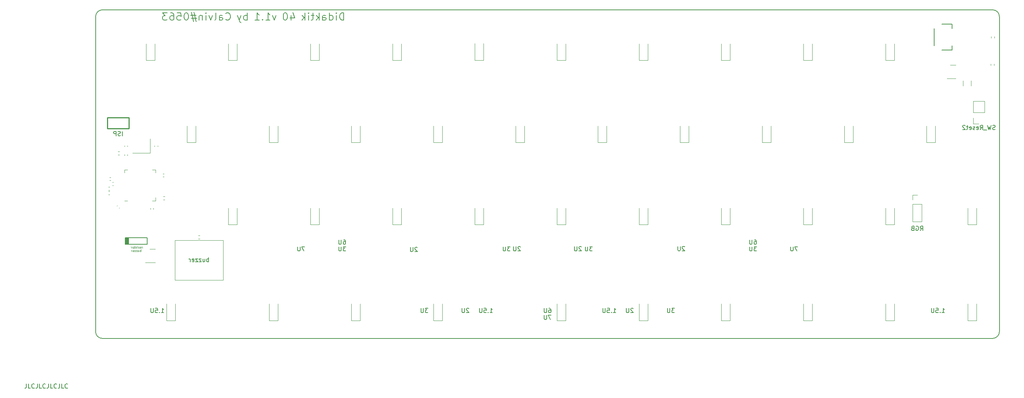
<source format=gbr>
%TF.GenerationSoftware,KiCad,Pcbnew,(7.0.0)*%
%TF.CreationDate,2023-05-29T16:43:27+02:00*%
%TF.ProjectId,Didaktik,44696461-6b74-4696-9b2e-6b696361645f,rev?*%
%TF.SameCoordinates,Original*%
%TF.FileFunction,Legend,Bot*%
%TF.FilePolarity,Positive*%
%FSLAX46Y46*%
G04 Gerber Fmt 4.6, Leading zero omitted, Abs format (unit mm)*
G04 Created by KiCad (PCBNEW (7.0.0)) date 2023-05-29 16:43:27*
%MOMM*%
%LPD*%
G01*
G04 APERTURE LIST*
%ADD10C,0.150000*%
%ADD11C,0.125000*%
%ADD12C,0.120000*%
%ADD13C,0.250000*%
%TA.AperFunction,Profile*%
%ADD14C,0.150000*%
%TD*%
G04 APERTURE END LIST*
D10*
X89233333Y-85092380D02*
X89423809Y-85092380D01*
X89423809Y-85092380D02*
X89519047Y-85140000D01*
X89519047Y-85140000D02*
X89566666Y-85187619D01*
X89566666Y-85187619D02*
X89661904Y-85330476D01*
X89661904Y-85330476D02*
X89709523Y-85520952D01*
X89709523Y-85520952D02*
X89709523Y-85901904D01*
X89709523Y-85901904D02*
X89661904Y-85997142D01*
X89661904Y-85997142D02*
X89614285Y-86044761D01*
X89614285Y-86044761D02*
X89519047Y-86092380D01*
X89519047Y-86092380D02*
X89328571Y-86092380D01*
X89328571Y-86092380D02*
X89233333Y-86044761D01*
X89233333Y-86044761D02*
X89185714Y-85997142D01*
X89185714Y-85997142D02*
X89138095Y-85901904D01*
X89138095Y-85901904D02*
X89138095Y-85663809D01*
X89138095Y-85663809D02*
X89185714Y-85568571D01*
X89185714Y-85568571D02*
X89233333Y-85520952D01*
X89233333Y-85520952D02*
X89328571Y-85473333D01*
X89328571Y-85473333D02*
X89519047Y-85473333D01*
X89519047Y-85473333D02*
X89614285Y-85520952D01*
X89614285Y-85520952D02*
X89661904Y-85568571D01*
X89661904Y-85568571D02*
X89709523Y-85663809D01*
X88709523Y-85092380D02*
X88709523Y-85901904D01*
X88709523Y-85901904D02*
X88661904Y-85997142D01*
X88661904Y-85997142D02*
X88614285Y-86044761D01*
X88614285Y-86044761D02*
X88519047Y-86092380D01*
X88519047Y-86092380D02*
X88328571Y-86092380D01*
X88328571Y-86092380D02*
X88233333Y-86044761D01*
X88233333Y-86044761D02*
X88185714Y-85997142D01*
X88185714Y-85997142D02*
X88138095Y-85901904D01*
X88138095Y-85901904D02*
X88138095Y-85092380D01*
X130222182Y-86757169D02*
X130174563Y-86709550D01*
X130174563Y-86709550D02*
X130079325Y-86661930D01*
X130079325Y-86661930D02*
X129841230Y-86661930D01*
X129841230Y-86661930D02*
X129745992Y-86709550D01*
X129745992Y-86709550D02*
X129698373Y-86757169D01*
X129698373Y-86757169D02*
X129650754Y-86852407D01*
X129650754Y-86852407D02*
X129650754Y-86947645D01*
X129650754Y-86947645D02*
X129698373Y-87090502D01*
X129698373Y-87090502D02*
X130269801Y-87661930D01*
X130269801Y-87661930D02*
X129650754Y-87661930D01*
X129222182Y-86661930D02*
X129222182Y-87471454D01*
X129222182Y-87471454D02*
X129174563Y-87566692D01*
X129174563Y-87566692D02*
X129126944Y-87614311D01*
X129126944Y-87614311D02*
X129031706Y-87661930D01*
X129031706Y-87661930D02*
X128841230Y-87661930D01*
X128841230Y-87661930D02*
X128745992Y-87614311D01*
X128745992Y-87614311D02*
X128698373Y-87566692D01*
X128698373Y-87566692D02*
X128650754Y-87471454D01*
X128650754Y-87471454D02*
X128650754Y-86661930D01*
X89300999Y-34170917D02*
X89300999Y-32420917D01*
X89300999Y-32420917D02*
X88884332Y-32420917D01*
X88884332Y-32420917D02*
X88634332Y-32504251D01*
X88634332Y-32504251D02*
X88467666Y-32670917D01*
X88467666Y-32670917D02*
X88384332Y-32837584D01*
X88384332Y-32837584D02*
X88300999Y-33170917D01*
X88300999Y-33170917D02*
X88300999Y-33420917D01*
X88300999Y-33420917D02*
X88384332Y-33754251D01*
X88384332Y-33754251D02*
X88467666Y-33920917D01*
X88467666Y-33920917D02*
X88634332Y-34087584D01*
X88634332Y-34087584D02*
X88884332Y-34170917D01*
X88884332Y-34170917D02*
X89300999Y-34170917D01*
X87550999Y-34170917D02*
X87550999Y-33004251D01*
X87550999Y-32420917D02*
X87634332Y-32504251D01*
X87634332Y-32504251D02*
X87550999Y-32587584D01*
X87550999Y-32587584D02*
X87467666Y-32504251D01*
X87467666Y-32504251D02*
X87550999Y-32420917D01*
X87550999Y-32420917D02*
X87550999Y-32587584D01*
X85967666Y-34170917D02*
X85967666Y-32420917D01*
X85967666Y-34087584D02*
X86134333Y-34170917D01*
X86134333Y-34170917D02*
X86467666Y-34170917D01*
X86467666Y-34170917D02*
X86634333Y-34087584D01*
X86634333Y-34087584D02*
X86717666Y-34004251D01*
X86717666Y-34004251D02*
X86800999Y-33837584D01*
X86800999Y-33837584D02*
X86800999Y-33337584D01*
X86800999Y-33337584D02*
X86717666Y-33170917D01*
X86717666Y-33170917D02*
X86634333Y-33087584D01*
X86634333Y-33087584D02*
X86467666Y-33004251D01*
X86467666Y-33004251D02*
X86134333Y-33004251D01*
X86134333Y-33004251D02*
X85967666Y-33087584D01*
X84384333Y-34170917D02*
X84384333Y-33254251D01*
X84384333Y-33254251D02*
X84467666Y-33087584D01*
X84467666Y-33087584D02*
X84634333Y-33004251D01*
X84634333Y-33004251D02*
X84967666Y-33004251D01*
X84967666Y-33004251D02*
X85134333Y-33087584D01*
X84384333Y-34087584D02*
X84551000Y-34170917D01*
X84551000Y-34170917D02*
X84967666Y-34170917D01*
X84967666Y-34170917D02*
X85134333Y-34087584D01*
X85134333Y-34087584D02*
X85217666Y-33920917D01*
X85217666Y-33920917D02*
X85217666Y-33754251D01*
X85217666Y-33754251D02*
X85134333Y-33587584D01*
X85134333Y-33587584D02*
X84967666Y-33504251D01*
X84967666Y-33504251D02*
X84551000Y-33504251D01*
X84551000Y-33504251D02*
X84384333Y-33420917D01*
X83551000Y-34170917D02*
X83551000Y-32420917D01*
X83384333Y-33504251D02*
X82884333Y-34170917D01*
X82884333Y-33004251D02*
X83551000Y-33670917D01*
X82384333Y-33004251D02*
X81717666Y-33004251D01*
X82134333Y-32420917D02*
X82134333Y-33920917D01*
X82134333Y-33920917D02*
X82051000Y-34087584D01*
X82051000Y-34087584D02*
X81884333Y-34170917D01*
X81884333Y-34170917D02*
X81717666Y-34170917D01*
X81134333Y-34170917D02*
X81134333Y-33004251D01*
X81134333Y-32420917D02*
X81217666Y-32504251D01*
X81217666Y-32504251D02*
X81134333Y-32587584D01*
X81134333Y-32587584D02*
X81051000Y-32504251D01*
X81051000Y-32504251D02*
X81134333Y-32420917D01*
X81134333Y-32420917D02*
X81134333Y-32587584D01*
X80301000Y-34170917D02*
X80301000Y-32420917D01*
X80134333Y-33504251D02*
X79634333Y-34170917D01*
X79634333Y-33004251D02*
X80301000Y-33670917D01*
X77084333Y-33004251D02*
X77084333Y-34170917D01*
X77501000Y-32337584D02*
X77917666Y-33587584D01*
X77917666Y-33587584D02*
X76834333Y-33587584D01*
X75834333Y-32420917D02*
X75667666Y-32420917D01*
X75667666Y-32420917D02*
X75500999Y-32504251D01*
X75500999Y-32504251D02*
X75417666Y-32587584D01*
X75417666Y-32587584D02*
X75334333Y-32754251D01*
X75334333Y-32754251D02*
X75250999Y-33087584D01*
X75250999Y-33087584D02*
X75250999Y-33504251D01*
X75250999Y-33504251D02*
X75334333Y-33837584D01*
X75334333Y-33837584D02*
X75417666Y-34004251D01*
X75417666Y-34004251D02*
X75500999Y-34087584D01*
X75500999Y-34087584D02*
X75667666Y-34170917D01*
X75667666Y-34170917D02*
X75834333Y-34170917D01*
X75834333Y-34170917D02*
X76000999Y-34087584D01*
X76000999Y-34087584D02*
X76084333Y-34004251D01*
X76084333Y-34004251D02*
X76167666Y-33837584D01*
X76167666Y-33837584D02*
X76250999Y-33504251D01*
X76250999Y-33504251D02*
X76250999Y-33087584D01*
X76250999Y-33087584D02*
X76167666Y-32754251D01*
X76167666Y-32754251D02*
X76084333Y-32587584D01*
X76084333Y-32587584D02*
X76000999Y-32504251D01*
X76000999Y-32504251D02*
X75834333Y-32420917D01*
X73617666Y-33004251D02*
X73200999Y-34170917D01*
X73200999Y-34170917D02*
X72784332Y-33004251D01*
X71200999Y-34170917D02*
X72200999Y-34170917D01*
X71700999Y-34170917D02*
X71700999Y-32420917D01*
X71700999Y-32420917D02*
X71867666Y-32670917D01*
X71867666Y-32670917D02*
X72034333Y-32837584D01*
X72034333Y-32837584D02*
X72200999Y-32920917D01*
X70450999Y-34004251D02*
X70367666Y-34087584D01*
X70367666Y-34087584D02*
X70450999Y-34170917D01*
X70450999Y-34170917D02*
X70534332Y-34087584D01*
X70534332Y-34087584D02*
X70450999Y-34004251D01*
X70450999Y-34004251D02*
X70450999Y-34170917D01*
X68700999Y-34170917D02*
X69700999Y-34170917D01*
X69200999Y-34170917D02*
X69200999Y-32420917D01*
X69200999Y-32420917D02*
X69367666Y-32670917D01*
X69367666Y-32670917D02*
X69534333Y-32837584D01*
X69534333Y-32837584D02*
X69700999Y-32920917D01*
X66900999Y-34170917D02*
X66900999Y-32420917D01*
X66900999Y-33087584D02*
X66734332Y-33004251D01*
X66734332Y-33004251D02*
X66400999Y-33004251D01*
X66400999Y-33004251D02*
X66234332Y-33087584D01*
X66234332Y-33087584D02*
X66150999Y-33170917D01*
X66150999Y-33170917D02*
X66067666Y-33337584D01*
X66067666Y-33337584D02*
X66067666Y-33837584D01*
X66067666Y-33837584D02*
X66150999Y-34004251D01*
X66150999Y-34004251D02*
X66234332Y-34087584D01*
X66234332Y-34087584D02*
X66400999Y-34170917D01*
X66400999Y-34170917D02*
X66734332Y-34170917D01*
X66734332Y-34170917D02*
X66900999Y-34087584D01*
X65484333Y-33004251D02*
X65067666Y-34170917D01*
X64650999Y-33004251D02*
X65067666Y-34170917D01*
X65067666Y-34170917D02*
X65234333Y-34587584D01*
X65234333Y-34587584D02*
X65317666Y-34670917D01*
X65317666Y-34670917D02*
X65484333Y-34754251D01*
X61934333Y-34004251D02*
X62017666Y-34087584D01*
X62017666Y-34087584D02*
X62267666Y-34170917D01*
X62267666Y-34170917D02*
X62434333Y-34170917D01*
X62434333Y-34170917D02*
X62684333Y-34087584D01*
X62684333Y-34087584D02*
X62851000Y-33920917D01*
X62851000Y-33920917D02*
X62934333Y-33754251D01*
X62934333Y-33754251D02*
X63017666Y-33420917D01*
X63017666Y-33420917D02*
X63017666Y-33170917D01*
X63017666Y-33170917D02*
X62934333Y-32837584D01*
X62934333Y-32837584D02*
X62851000Y-32670917D01*
X62851000Y-32670917D02*
X62684333Y-32504251D01*
X62684333Y-32504251D02*
X62434333Y-32420917D01*
X62434333Y-32420917D02*
X62267666Y-32420917D01*
X62267666Y-32420917D02*
X62017666Y-32504251D01*
X62017666Y-32504251D02*
X61934333Y-32587584D01*
X60434333Y-34170917D02*
X60434333Y-33254251D01*
X60434333Y-33254251D02*
X60517666Y-33087584D01*
X60517666Y-33087584D02*
X60684333Y-33004251D01*
X60684333Y-33004251D02*
X61017666Y-33004251D01*
X61017666Y-33004251D02*
X61184333Y-33087584D01*
X60434333Y-34087584D02*
X60601000Y-34170917D01*
X60601000Y-34170917D02*
X61017666Y-34170917D01*
X61017666Y-34170917D02*
X61184333Y-34087584D01*
X61184333Y-34087584D02*
X61267666Y-33920917D01*
X61267666Y-33920917D02*
X61267666Y-33754251D01*
X61267666Y-33754251D02*
X61184333Y-33587584D01*
X61184333Y-33587584D02*
X61017666Y-33504251D01*
X61017666Y-33504251D02*
X60601000Y-33504251D01*
X60601000Y-33504251D02*
X60434333Y-33420917D01*
X59351000Y-34170917D02*
X59517667Y-34087584D01*
X59517667Y-34087584D02*
X59601000Y-33920917D01*
X59601000Y-33920917D02*
X59601000Y-32420917D01*
X58851000Y-33004251D02*
X58434333Y-34170917D01*
X58434333Y-34170917D02*
X58017666Y-33004251D01*
X57351000Y-34170917D02*
X57351000Y-33004251D01*
X57351000Y-32420917D02*
X57434333Y-32504251D01*
X57434333Y-32504251D02*
X57351000Y-32587584D01*
X57351000Y-32587584D02*
X57267667Y-32504251D01*
X57267667Y-32504251D02*
X57351000Y-32420917D01*
X57351000Y-32420917D02*
X57351000Y-32587584D01*
X56517667Y-33004251D02*
X56517667Y-34170917D01*
X56517667Y-33170917D02*
X56434334Y-33087584D01*
X56434334Y-33087584D02*
X56267667Y-33004251D01*
X56267667Y-33004251D02*
X56017667Y-33004251D01*
X56017667Y-33004251D02*
X55851000Y-33087584D01*
X55851000Y-33087584D02*
X55767667Y-33254251D01*
X55767667Y-33254251D02*
X55767667Y-34170917D01*
X55017667Y-33004251D02*
X53767667Y-33004251D01*
X54517667Y-32254251D02*
X55017667Y-34504251D01*
X53934334Y-33754251D02*
X55184334Y-33754251D01*
X54434334Y-34504251D02*
X53934334Y-32254251D01*
X52851001Y-32420917D02*
X52684334Y-32420917D01*
X52684334Y-32420917D02*
X52517667Y-32504251D01*
X52517667Y-32504251D02*
X52434334Y-32587584D01*
X52434334Y-32587584D02*
X52351001Y-32754251D01*
X52351001Y-32754251D02*
X52267667Y-33087584D01*
X52267667Y-33087584D02*
X52267667Y-33504251D01*
X52267667Y-33504251D02*
X52351001Y-33837584D01*
X52351001Y-33837584D02*
X52434334Y-34004251D01*
X52434334Y-34004251D02*
X52517667Y-34087584D01*
X52517667Y-34087584D02*
X52684334Y-34170917D01*
X52684334Y-34170917D02*
X52851001Y-34170917D01*
X52851001Y-34170917D02*
X53017667Y-34087584D01*
X53017667Y-34087584D02*
X53101001Y-34004251D01*
X53101001Y-34004251D02*
X53184334Y-33837584D01*
X53184334Y-33837584D02*
X53267667Y-33504251D01*
X53267667Y-33504251D02*
X53267667Y-33087584D01*
X53267667Y-33087584D02*
X53184334Y-32754251D01*
X53184334Y-32754251D02*
X53101001Y-32587584D01*
X53101001Y-32587584D02*
X53017667Y-32504251D01*
X53017667Y-32504251D02*
X52851001Y-32420917D01*
X50684334Y-32420917D02*
X51517667Y-32420917D01*
X51517667Y-32420917D02*
X51601000Y-33254251D01*
X51601000Y-33254251D02*
X51517667Y-33170917D01*
X51517667Y-33170917D02*
X51351000Y-33087584D01*
X51351000Y-33087584D02*
X50934334Y-33087584D01*
X50934334Y-33087584D02*
X50767667Y-33170917D01*
X50767667Y-33170917D02*
X50684334Y-33254251D01*
X50684334Y-33254251D02*
X50601000Y-33420917D01*
X50601000Y-33420917D02*
X50601000Y-33837584D01*
X50601000Y-33837584D02*
X50684334Y-34004251D01*
X50684334Y-34004251D02*
X50767667Y-34087584D01*
X50767667Y-34087584D02*
X50934334Y-34170917D01*
X50934334Y-34170917D02*
X51351000Y-34170917D01*
X51351000Y-34170917D02*
X51517667Y-34087584D01*
X51517667Y-34087584D02*
X51601000Y-34004251D01*
X49101000Y-32420917D02*
X49434333Y-32420917D01*
X49434333Y-32420917D02*
X49601000Y-32504251D01*
X49601000Y-32504251D02*
X49684333Y-32587584D01*
X49684333Y-32587584D02*
X49851000Y-32837584D01*
X49851000Y-32837584D02*
X49934333Y-33170917D01*
X49934333Y-33170917D02*
X49934333Y-33837584D01*
X49934333Y-33837584D02*
X49851000Y-34004251D01*
X49851000Y-34004251D02*
X49767667Y-34087584D01*
X49767667Y-34087584D02*
X49601000Y-34170917D01*
X49601000Y-34170917D02*
X49267667Y-34170917D01*
X49267667Y-34170917D02*
X49101000Y-34087584D01*
X49101000Y-34087584D02*
X49017667Y-34004251D01*
X49017667Y-34004251D02*
X48934333Y-33837584D01*
X48934333Y-33837584D02*
X48934333Y-33420917D01*
X48934333Y-33420917D02*
X49017667Y-33254251D01*
X49017667Y-33254251D02*
X49101000Y-33170917D01*
X49101000Y-33170917D02*
X49267667Y-33087584D01*
X49267667Y-33087584D02*
X49601000Y-33087584D01*
X49601000Y-33087584D02*
X49767667Y-33170917D01*
X49767667Y-33170917D02*
X49851000Y-33254251D01*
X49851000Y-33254251D02*
X49934333Y-33420917D01*
X48351000Y-32420917D02*
X47267666Y-32420917D01*
X47267666Y-32420917D02*
X47851000Y-33087584D01*
X47851000Y-33087584D02*
X47601000Y-33087584D01*
X47601000Y-33087584D02*
X47434333Y-33170917D01*
X47434333Y-33170917D02*
X47351000Y-33254251D01*
X47351000Y-33254251D02*
X47267666Y-33420917D01*
X47267666Y-33420917D02*
X47267666Y-33837584D01*
X47267666Y-33837584D02*
X47351000Y-34004251D01*
X47351000Y-34004251D02*
X47434333Y-34087584D01*
X47434333Y-34087584D02*
X47601000Y-34170917D01*
X47601000Y-34170917D02*
X48101000Y-34170917D01*
X48101000Y-34170917D02*
X48267666Y-34087584D01*
X48267666Y-34087584D02*
X48351000Y-34004251D01*
X184483333Y-85092380D02*
X184673809Y-85092380D01*
X184673809Y-85092380D02*
X184769047Y-85140000D01*
X184769047Y-85140000D02*
X184816666Y-85187619D01*
X184816666Y-85187619D02*
X184911904Y-85330476D01*
X184911904Y-85330476D02*
X184959523Y-85520952D01*
X184959523Y-85520952D02*
X184959523Y-85901904D01*
X184959523Y-85901904D02*
X184911904Y-85997142D01*
X184911904Y-85997142D02*
X184864285Y-86044761D01*
X184864285Y-86044761D02*
X184769047Y-86092380D01*
X184769047Y-86092380D02*
X184578571Y-86092380D01*
X184578571Y-86092380D02*
X184483333Y-86044761D01*
X184483333Y-86044761D02*
X184435714Y-85997142D01*
X184435714Y-85997142D02*
X184388095Y-85901904D01*
X184388095Y-85901904D02*
X184388095Y-85663809D01*
X184388095Y-85663809D02*
X184435714Y-85568571D01*
X184435714Y-85568571D02*
X184483333Y-85520952D01*
X184483333Y-85520952D02*
X184578571Y-85473333D01*
X184578571Y-85473333D02*
X184769047Y-85473333D01*
X184769047Y-85473333D02*
X184864285Y-85520952D01*
X184864285Y-85520952D02*
X184911904Y-85568571D01*
X184911904Y-85568571D02*
X184959523Y-85663809D01*
X183959523Y-85092380D02*
X183959523Y-85901904D01*
X183959523Y-85901904D02*
X183911904Y-85997142D01*
X183911904Y-85997142D02*
X183864285Y-86044761D01*
X183864285Y-86044761D02*
X183769047Y-86092380D01*
X183769047Y-86092380D02*
X183578571Y-86092380D01*
X183578571Y-86092380D02*
X183483333Y-86044761D01*
X183483333Y-86044761D02*
X183435714Y-85997142D01*
X183435714Y-85997142D02*
X183388095Y-85901904D01*
X183388095Y-85901904D02*
X183388095Y-85092380D01*
X80232142Y-86679880D02*
X79565476Y-86679880D01*
X79565476Y-86679880D02*
X79994047Y-87679880D01*
X79184523Y-86679880D02*
X79184523Y-87489404D01*
X79184523Y-87489404D02*
X79136904Y-87584642D01*
X79136904Y-87584642D02*
X79089285Y-87632261D01*
X79089285Y-87632261D02*
X78994047Y-87679880D01*
X78994047Y-87679880D02*
X78803571Y-87679880D01*
X78803571Y-87679880D02*
X78708333Y-87632261D01*
X78708333Y-87632261D02*
X78660714Y-87584642D01*
X78660714Y-87584642D02*
X78613095Y-87489404D01*
X78613095Y-87489404D02*
X78613095Y-86679880D01*
X222940476Y-82917380D02*
X223273809Y-82441190D01*
X223511904Y-82917380D02*
X223511904Y-81917380D01*
X223511904Y-81917380D02*
X223130952Y-81917380D01*
X223130952Y-81917380D02*
X223035714Y-81965000D01*
X223035714Y-81965000D02*
X222988095Y-82012619D01*
X222988095Y-82012619D02*
X222940476Y-82107857D01*
X222940476Y-82107857D02*
X222940476Y-82250714D01*
X222940476Y-82250714D02*
X222988095Y-82345952D01*
X222988095Y-82345952D02*
X223035714Y-82393571D01*
X223035714Y-82393571D02*
X223130952Y-82441190D01*
X223130952Y-82441190D02*
X223511904Y-82441190D01*
X221988095Y-81965000D02*
X222083333Y-81917380D01*
X222083333Y-81917380D02*
X222226190Y-81917380D01*
X222226190Y-81917380D02*
X222369047Y-81965000D01*
X222369047Y-81965000D02*
X222464285Y-82060238D01*
X222464285Y-82060238D02*
X222511904Y-82155476D01*
X222511904Y-82155476D02*
X222559523Y-82345952D01*
X222559523Y-82345952D02*
X222559523Y-82488809D01*
X222559523Y-82488809D02*
X222511904Y-82679285D01*
X222511904Y-82679285D02*
X222464285Y-82774523D01*
X222464285Y-82774523D02*
X222369047Y-82869761D01*
X222369047Y-82869761D02*
X222226190Y-82917380D01*
X222226190Y-82917380D02*
X222130952Y-82917380D01*
X222130952Y-82917380D02*
X221988095Y-82869761D01*
X221988095Y-82869761D02*
X221940476Y-82822142D01*
X221940476Y-82822142D02*
X221940476Y-82488809D01*
X221940476Y-82488809D02*
X222130952Y-82488809D01*
X221178571Y-82393571D02*
X221035714Y-82441190D01*
X221035714Y-82441190D02*
X220988095Y-82488809D01*
X220988095Y-82488809D02*
X220940476Y-82584047D01*
X220940476Y-82584047D02*
X220940476Y-82726904D01*
X220940476Y-82726904D02*
X220988095Y-82822142D01*
X220988095Y-82822142D02*
X221035714Y-82869761D01*
X221035714Y-82869761D02*
X221130952Y-82917380D01*
X221130952Y-82917380D02*
X221511904Y-82917380D01*
X221511904Y-82917380D02*
X221511904Y-81917380D01*
X221511904Y-81917380D02*
X221178571Y-81917380D01*
X221178571Y-81917380D02*
X221083333Y-81965000D01*
X221083333Y-81965000D02*
X221035714Y-82012619D01*
X221035714Y-82012619D02*
X220988095Y-82107857D01*
X220988095Y-82107857D02*
X220988095Y-82203095D01*
X220988095Y-82203095D02*
X221035714Y-82298333D01*
X221035714Y-82298333D02*
X221083333Y-82345952D01*
X221083333Y-82345952D02*
X221178571Y-82393571D01*
X221178571Y-82393571D02*
X221511904Y-82393571D01*
X165957142Y-100967380D02*
X165338095Y-100967380D01*
X165338095Y-100967380D02*
X165671428Y-101348333D01*
X165671428Y-101348333D02*
X165528571Y-101348333D01*
X165528571Y-101348333D02*
X165433333Y-101395952D01*
X165433333Y-101395952D02*
X165385714Y-101443571D01*
X165385714Y-101443571D02*
X165338095Y-101538809D01*
X165338095Y-101538809D02*
X165338095Y-101776904D01*
X165338095Y-101776904D02*
X165385714Y-101872142D01*
X165385714Y-101872142D02*
X165433333Y-101919761D01*
X165433333Y-101919761D02*
X165528571Y-101967380D01*
X165528571Y-101967380D02*
X165814285Y-101967380D01*
X165814285Y-101967380D02*
X165909523Y-101919761D01*
X165909523Y-101919761D02*
X165957142Y-101872142D01*
X164909523Y-100967380D02*
X164909523Y-101776904D01*
X164909523Y-101776904D02*
X164861904Y-101872142D01*
X164861904Y-101872142D02*
X164814285Y-101919761D01*
X164814285Y-101919761D02*
X164719047Y-101967380D01*
X164719047Y-101967380D02*
X164528571Y-101967380D01*
X164528571Y-101967380D02*
X164433333Y-101919761D01*
X164433333Y-101919761D02*
X164385714Y-101872142D01*
X164385714Y-101872142D02*
X164338095Y-101776904D01*
X164338095Y-101776904D02*
X164338095Y-100967380D01*
X106319974Y-86891703D02*
X106272355Y-86844084D01*
X106272355Y-86844084D02*
X106177117Y-86796464D01*
X106177117Y-86796464D02*
X105939022Y-86796464D01*
X105939022Y-86796464D02*
X105843784Y-86844084D01*
X105843784Y-86844084D02*
X105796165Y-86891703D01*
X105796165Y-86891703D02*
X105748546Y-86986941D01*
X105748546Y-86986941D02*
X105748546Y-87082179D01*
X105748546Y-87082179D02*
X105796165Y-87225036D01*
X105796165Y-87225036D02*
X106367593Y-87796464D01*
X106367593Y-87796464D02*
X105748546Y-87796464D01*
X105319974Y-86796464D02*
X105319974Y-87605988D01*
X105319974Y-87605988D02*
X105272355Y-87701226D01*
X105272355Y-87701226D02*
X105224736Y-87748845D01*
X105224736Y-87748845D02*
X105129498Y-87796464D01*
X105129498Y-87796464D02*
X104939022Y-87796464D01*
X104939022Y-87796464D02*
X104843784Y-87748845D01*
X104843784Y-87748845D02*
X104796165Y-87701226D01*
X104796165Y-87701226D02*
X104748546Y-87605988D01*
X104748546Y-87605988D02*
X104748546Y-86796464D01*
X37933189Y-60946380D02*
X37933189Y-59946380D01*
X37504618Y-60898761D02*
X37361761Y-60946380D01*
X37361761Y-60946380D02*
X37123666Y-60946380D01*
X37123666Y-60946380D02*
X37028428Y-60898761D01*
X37028428Y-60898761D02*
X36980809Y-60851142D01*
X36980809Y-60851142D02*
X36933190Y-60755904D01*
X36933190Y-60755904D02*
X36933190Y-60660666D01*
X36933190Y-60660666D02*
X36980809Y-60565428D01*
X36980809Y-60565428D02*
X37028428Y-60517809D01*
X37028428Y-60517809D02*
X37123666Y-60470190D01*
X37123666Y-60470190D02*
X37314142Y-60422571D01*
X37314142Y-60422571D02*
X37409380Y-60374952D01*
X37409380Y-60374952D02*
X37456999Y-60327333D01*
X37456999Y-60327333D02*
X37504618Y-60232095D01*
X37504618Y-60232095D02*
X37504618Y-60136857D01*
X37504618Y-60136857D02*
X37456999Y-60041619D01*
X37456999Y-60041619D02*
X37409380Y-59994000D01*
X37409380Y-59994000D02*
X37314142Y-59946380D01*
X37314142Y-59946380D02*
X37076047Y-59946380D01*
X37076047Y-59946380D02*
X36933190Y-59994000D01*
X36504618Y-60946380D02*
X36504618Y-59946380D01*
X36504618Y-59946380D02*
X36123666Y-59946380D01*
X36123666Y-59946380D02*
X36028428Y-59994000D01*
X36028428Y-59994000D02*
X35980809Y-60041619D01*
X35980809Y-60041619D02*
X35933190Y-60136857D01*
X35933190Y-60136857D02*
X35933190Y-60279714D01*
X35933190Y-60279714D02*
X35980809Y-60374952D01*
X35980809Y-60374952D02*
X36028428Y-60422571D01*
X36028428Y-60422571D02*
X36123666Y-60470190D01*
X36123666Y-60470190D02*
X36504618Y-60470190D01*
X151764880Y-101967380D02*
X152336308Y-101967380D01*
X152050594Y-101967380D02*
X152050594Y-100967380D01*
X152050594Y-100967380D02*
X152145832Y-101110238D01*
X152145832Y-101110238D02*
X152241070Y-101205476D01*
X152241070Y-101205476D02*
X152336308Y-101253095D01*
X151336308Y-101872142D02*
X151288689Y-101919761D01*
X151288689Y-101919761D02*
X151336308Y-101967380D01*
X151336308Y-101967380D02*
X151383927Y-101919761D01*
X151383927Y-101919761D02*
X151336308Y-101872142D01*
X151336308Y-101872142D02*
X151336308Y-101967380D01*
X150383928Y-100967380D02*
X150860118Y-100967380D01*
X150860118Y-100967380D02*
X150907737Y-101443571D01*
X150907737Y-101443571D02*
X150860118Y-101395952D01*
X150860118Y-101395952D02*
X150764880Y-101348333D01*
X150764880Y-101348333D02*
X150526785Y-101348333D01*
X150526785Y-101348333D02*
X150431547Y-101395952D01*
X150431547Y-101395952D02*
X150383928Y-101443571D01*
X150383928Y-101443571D02*
X150336309Y-101538809D01*
X150336309Y-101538809D02*
X150336309Y-101776904D01*
X150336309Y-101776904D02*
X150383928Y-101872142D01*
X150383928Y-101872142D02*
X150431547Y-101919761D01*
X150431547Y-101919761D02*
X150526785Y-101967380D01*
X150526785Y-101967380D02*
X150764880Y-101967380D01*
X150764880Y-101967380D02*
X150860118Y-101919761D01*
X150860118Y-101919761D02*
X150907737Y-101872142D01*
X149907737Y-100967380D02*
X149907737Y-101776904D01*
X149907737Y-101776904D02*
X149860118Y-101872142D01*
X149860118Y-101872142D02*
X149812499Y-101919761D01*
X149812499Y-101919761D02*
X149717261Y-101967380D01*
X149717261Y-101967380D02*
X149526785Y-101967380D01*
X149526785Y-101967380D02*
X149431547Y-101919761D01*
X149431547Y-101919761D02*
X149383928Y-101872142D01*
X149383928Y-101872142D02*
X149336309Y-101776904D01*
X149336309Y-101776904D02*
X149336309Y-100967380D01*
X123189880Y-101967380D02*
X123761308Y-101967380D01*
X123475594Y-101967380D02*
X123475594Y-100967380D01*
X123475594Y-100967380D02*
X123570832Y-101110238D01*
X123570832Y-101110238D02*
X123666070Y-101205476D01*
X123666070Y-101205476D02*
X123761308Y-101253095D01*
X122761308Y-101872142D02*
X122713689Y-101919761D01*
X122713689Y-101919761D02*
X122761308Y-101967380D01*
X122761308Y-101967380D02*
X122808927Y-101919761D01*
X122808927Y-101919761D02*
X122761308Y-101872142D01*
X122761308Y-101872142D02*
X122761308Y-101967380D01*
X121808928Y-100967380D02*
X122285118Y-100967380D01*
X122285118Y-100967380D02*
X122332737Y-101443571D01*
X122332737Y-101443571D02*
X122285118Y-101395952D01*
X122285118Y-101395952D02*
X122189880Y-101348333D01*
X122189880Y-101348333D02*
X121951785Y-101348333D01*
X121951785Y-101348333D02*
X121856547Y-101395952D01*
X121856547Y-101395952D02*
X121808928Y-101443571D01*
X121808928Y-101443571D02*
X121761309Y-101538809D01*
X121761309Y-101538809D02*
X121761309Y-101776904D01*
X121761309Y-101776904D02*
X121808928Y-101872142D01*
X121808928Y-101872142D02*
X121856547Y-101919761D01*
X121856547Y-101919761D02*
X121951785Y-101967380D01*
X121951785Y-101967380D02*
X122189880Y-101967380D01*
X122189880Y-101967380D02*
X122285118Y-101919761D01*
X122285118Y-101919761D02*
X122332737Y-101872142D01*
X121332737Y-100967380D02*
X121332737Y-101776904D01*
X121332737Y-101776904D02*
X121285118Y-101872142D01*
X121285118Y-101872142D02*
X121237499Y-101919761D01*
X121237499Y-101919761D02*
X121142261Y-101967380D01*
X121142261Y-101967380D02*
X120951785Y-101967380D01*
X120951785Y-101967380D02*
X120856547Y-101919761D01*
X120856547Y-101919761D02*
X120808928Y-101872142D01*
X120808928Y-101872142D02*
X120761309Y-101776904D01*
X120761309Y-101776904D02*
X120761309Y-100967380D01*
X108807142Y-100967380D02*
X108188095Y-100967380D01*
X108188095Y-100967380D02*
X108521428Y-101348333D01*
X108521428Y-101348333D02*
X108378571Y-101348333D01*
X108378571Y-101348333D02*
X108283333Y-101395952D01*
X108283333Y-101395952D02*
X108235714Y-101443571D01*
X108235714Y-101443571D02*
X108188095Y-101538809D01*
X108188095Y-101538809D02*
X108188095Y-101776904D01*
X108188095Y-101776904D02*
X108235714Y-101872142D01*
X108235714Y-101872142D02*
X108283333Y-101919761D01*
X108283333Y-101919761D02*
X108378571Y-101967380D01*
X108378571Y-101967380D02*
X108664285Y-101967380D01*
X108664285Y-101967380D02*
X108759523Y-101919761D01*
X108759523Y-101919761D02*
X108807142Y-101872142D01*
X107759523Y-100967380D02*
X107759523Y-101776904D01*
X107759523Y-101776904D02*
X107711904Y-101872142D01*
X107711904Y-101872142D02*
X107664285Y-101919761D01*
X107664285Y-101919761D02*
X107569047Y-101967380D01*
X107569047Y-101967380D02*
X107378571Y-101967380D01*
X107378571Y-101967380D02*
X107283333Y-101919761D01*
X107283333Y-101919761D02*
X107235714Y-101872142D01*
X107235714Y-101872142D02*
X107188095Y-101776904D01*
X107188095Y-101776904D02*
X107188095Y-100967380D01*
X194532142Y-86679880D02*
X193865476Y-86679880D01*
X193865476Y-86679880D02*
X194294047Y-87679880D01*
X193484523Y-86679880D02*
X193484523Y-87489404D01*
X193484523Y-87489404D02*
X193436904Y-87584642D01*
X193436904Y-87584642D02*
X193389285Y-87632261D01*
X193389285Y-87632261D02*
X193294047Y-87679880D01*
X193294047Y-87679880D02*
X193103571Y-87679880D01*
X193103571Y-87679880D02*
X193008333Y-87632261D01*
X193008333Y-87632261D02*
X192960714Y-87584642D01*
X192960714Y-87584642D02*
X192913095Y-87489404D01*
X192913095Y-87489404D02*
X192913095Y-86679880D01*
X156384523Y-101062619D02*
X156336904Y-101015000D01*
X156336904Y-101015000D02*
X156241666Y-100967380D01*
X156241666Y-100967380D02*
X156003571Y-100967380D01*
X156003571Y-100967380D02*
X155908333Y-101015000D01*
X155908333Y-101015000D02*
X155860714Y-101062619D01*
X155860714Y-101062619D02*
X155813095Y-101157857D01*
X155813095Y-101157857D02*
X155813095Y-101253095D01*
X155813095Y-101253095D02*
X155860714Y-101395952D01*
X155860714Y-101395952D02*
X156432142Y-101967380D01*
X156432142Y-101967380D02*
X155813095Y-101967380D01*
X155384523Y-100967380D02*
X155384523Y-101776904D01*
X155384523Y-101776904D02*
X155336904Y-101872142D01*
X155336904Y-101872142D02*
X155289285Y-101919761D01*
X155289285Y-101919761D02*
X155194047Y-101967380D01*
X155194047Y-101967380D02*
X155003571Y-101967380D01*
X155003571Y-101967380D02*
X154908333Y-101919761D01*
X154908333Y-101919761D02*
X154860714Y-101872142D01*
X154860714Y-101872142D02*
X154813095Y-101776904D01*
X154813095Y-101776904D02*
X154813095Y-100967380D01*
X46989880Y-101967380D02*
X47561308Y-101967380D01*
X47275594Y-101967380D02*
X47275594Y-100967380D01*
X47275594Y-100967380D02*
X47370832Y-101110238D01*
X47370832Y-101110238D02*
X47466070Y-101205476D01*
X47466070Y-101205476D02*
X47561308Y-101253095D01*
X46561308Y-101872142D02*
X46513689Y-101919761D01*
X46513689Y-101919761D02*
X46561308Y-101967380D01*
X46561308Y-101967380D02*
X46608927Y-101919761D01*
X46608927Y-101919761D02*
X46561308Y-101872142D01*
X46561308Y-101872142D02*
X46561308Y-101967380D01*
X45608928Y-100967380D02*
X46085118Y-100967380D01*
X46085118Y-100967380D02*
X46132737Y-101443571D01*
X46132737Y-101443571D02*
X46085118Y-101395952D01*
X46085118Y-101395952D02*
X45989880Y-101348333D01*
X45989880Y-101348333D02*
X45751785Y-101348333D01*
X45751785Y-101348333D02*
X45656547Y-101395952D01*
X45656547Y-101395952D02*
X45608928Y-101443571D01*
X45608928Y-101443571D02*
X45561309Y-101538809D01*
X45561309Y-101538809D02*
X45561309Y-101776904D01*
X45561309Y-101776904D02*
X45608928Y-101872142D01*
X45608928Y-101872142D02*
X45656547Y-101919761D01*
X45656547Y-101919761D02*
X45751785Y-101967380D01*
X45751785Y-101967380D02*
X45989880Y-101967380D01*
X45989880Y-101967380D02*
X46085118Y-101919761D01*
X46085118Y-101919761D02*
X46132737Y-101872142D01*
X45132737Y-100967380D02*
X45132737Y-101776904D01*
X45132737Y-101776904D02*
X45085118Y-101872142D01*
X45085118Y-101872142D02*
X45037499Y-101919761D01*
X45037499Y-101919761D02*
X44942261Y-101967380D01*
X44942261Y-101967380D02*
X44751785Y-101967380D01*
X44751785Y-101967380D02*
X44656547Y-101919761D01*
X44656547Y-101919761D02*
X44608928Y-101872142D01*
X44608928Y-101872142D02*
X44561309Y-101776904D01*
X44561309Y-101776904D02*
X44561309Y-100967380D01*
X137382142Y-102554880D02*
X136715476Y-102554880D01*
X136715476Y-102554880D02*
X137144047Y-103554880D01*
X136334523Y-102554880D02*
X136334523Y-103364404D01*
X136334523Y-103364404D02*
X136286904Y-103459642D01*
X136286904Y-103459642D02*
X136239285Y-103507261D01*
X136239285Y-103507261D02*
X136144047Y-103554880D01*
X136144047Y-103554880D02*
X135953571Y-103554880D01*
X135953571Y-103554880D02*
X135858333Y-103507261D01*
X135858333Y-103507261D02*
X135810714Y-103459642D01*
X135810714Y-103459642D02*
X135763095Y-103364404D01*
X135763095Y-103364404D02*
X135763095Y-102554880D01*
X15700951Y-118493380D02*
X15700951Y-119207666D01*
X15700951Y-119207666D02*
X15653332Y-119350523D01*
X15653332Y-119350523D02*
X15558094Y-119445761D01*
X15558094Y-119445761D02*
X15415237Y-119493380D01*
X15415237Y-119493380D02*
X15319999Y-119493380D01*
X16653332Y-119493380D02*
X16177142Y-119493380D01*
X16177142Y-119493380D02*
X16177142Y-118493380D01*
X17558094Y-119398142D02*
X17510475Y-119445761D01*
X17510475Y-119445761D02*
X17367618Y-119493380D01*
X17367618Y-119493380D02*
X17272380Y-119493380D01*
X17272380Y-119493380D02*
X17129523Y-119445761D01*
X17129523Y-119445761D02*
X17034285Y-119350523D01*
X17034285Y-119350523D02*
X16986666Y-119255285D01*
X16986666Y-119255285D02*
X16939047Y-119064809D01*
X16939047Y-119064809D02*
X16939047Y-118921952D01*
X16939047Y-118921952D02*
X16986666Y-118731476D01*
X16986666Y-118731476D02*
X17034285Y-118636238D01*
X17034285Y-118636238D02*
X17129523Y-118541000D01*
X17129523Y-118541000D02*
X17272380Y-118493380D01*
X17272380Y-118493380D02*
X17367618Y-118493380D01*
X17367618Y-118493380D02*
X17510475Y-118541000D01*
X17510475Y-118541000D02*
X17558094Y-118588619D01*
X18272380Y-118493380D02*
X18272380Y-119207666D01*
X18272380Y-119207666D02*
X18224761Y-119350523D01*
X18224761Y-119350523D02*
X18129523Y-119445761D01*
X18129523Y-119445761D02*
X17986666Y-119493380D01*
X17986666Y-119493380D02*
X17891428Y-119493380D01*
X19224761Y-119493380D02*
X18748571Y-119493380D01*
X18748571Y-119493380D02*
X18748571Y-118493380D01*
X20129523Y-119398142D02*
X20081904Y-119445761D01*
X20081904Y-119445761D02*
X19939047Y-119493380D01*
X19939047Y-119493380D02*
X19843809Y-119493380D01*
X19843809Y-119493380D02*
X19700952Y-119445761D01*
X19700952Y-119445761D02*
X19605714Y-119350523D01*
X19605714Y-119350523D02*
X19558095Y-119255285D01*
X19558095Y-119255285D02*
X19510476Y-119064809D01*
X19510476Y-119064809D02*
X19510476Y-118921952D01*
X19510476Y-118921952D02*
X19558095Y-118731476D01*
X19558095Y-118731476D02*
X19605714Y-118636238D01*
X19605714Y-118636238D02*
X19700952Y-118541000D01*
X19700952Y-118541000D02*
X19843809Y-118493380D01*
X19843809Y-118493380D02*
X19939047Y-118493380D01*
X19939047Y-118493380D02*
X20081904Y-118541000D01*
X20081904Y-118541000D02*
X20129523Y-118588619D01*
X20843809Y-118493380D02*
X20843809Y-119207666D01*
X20843809Y-119207666D02*
X20796190Y-119350523D01*
X20796190Y-119350523D02*
X20700952Y-119445761D01*
X20700952Y-119445761D02*
X20558095Y-119493380D01*
X20558095Y-119493380D02*
X20462857Y-119493380D01*
X21796190Y-119493380D02*
X21320000Y-119493380D01*
X21320000Y-119493380D02*
X21320000Y-118493380D01*
X22700952Y-119398142D02*
X22653333Y-119445761D01*
X22653333Y-119445761D02*
X22510476Y-119493380D01*
X22510476Y-119493380D02*
X22415238Y-119493380D01*
X22415238Y-119493380D02*
X22272381Y-119445761D01*
X22272381Y-119445761D02*
X22177143Y-119350523D01*
X22177143Y-119350523D02*
X22129524Y-119255285D01*
X22129524Y-119255285D02*
X22081905Y-119064809D01*
X22081905Y-119064809D02*
X22081905Y-118921952D01*
X22081905Y-118921952D02*
X22129524Y-118731476D01*
X22129524Y-118731476D02*
X22177143Y-118636238D01*
X22177143Y-118636238D02*
X22272381Y-118541000D01*
X22272381Y-118541000D02*
X22415238Y-118493380D01*
X22415238Y-118493380D02*
X22510476Y-118493380D01*
X22510476Y-118493380D02*
X22653333Y-118541000D01*
X22653333Y-118541000D02*
X22700952Y-118588619D01*
X23415238Y-118493380D02*
X23415238Y-119207666D01*
X23415238Y-119207666D02*
X23367619Y-119350523D01*
X23367619Y-119350523D02*
X23272381Y-119445761D01*
X23272381Y-119445761D02*
X23129524Y-119493380D01*
X23129524Y-119493380D02*
X23034286Y-119493380D01*
X24367619Y-119493380D02*
X23891429Y-119493380D01*
X23891429Y-119493380D02*
X23891429Y-118493380D01*
X25272381Y-119398142D02*
X25224762Y-119445761D01*
X25224762Y-119445761D02*
X25081905Y-119493380D01*
X25081905Y-119493380D02*
X24986667Y-119493380D01*
X24986667Y-119493380D02*
X24843810Y-119445761D01*
X24843810Y-119445761D02*
X24748572Y-119350523D01*
X24748572Y-119350523D02*
X24700953Y-119255285D01*
X24700953Y-119255285D02*
X24653334Y-119064809D01*
X24653334Y-119064809D02*
X24653334Y-118921952D01*
X24653334Y-118921952D02*
X24700953Y-118731476D01*
X24700953Y-118731476D02*
X24748572Y-118636238D01*
X24748572Y-118636238D02*
X24843810Y-118541000D01*
X24843810Y-118541000D02*
X24986667Y-118493380D01*
X24986667Y-118493380D02*
X25081905Y-118493380D01*
X25081905Y-118493380D02*
X25224762Y-118541000D01*
X25224762Y-118541000D02*
X25272381Y-118588619D01*
X227964880Y-101967380D02*
X228536308Y-101967380D01*
X228250594Y-101967380D02*
X228250594Y-100967380D01*
X228250594Y-100967380D02*
X228345832Y-101110238D01*
X228345832Y-101110238D02*
X228441070Y-101205476D01*
X228441070Y-101205476D02*
X228536308Y-101253095D01*
X227536308Y-101872142D02*
X227488689Y-101919761D01*
X227488689Y-101919761D02*
X227536308Y-101967380D01*
X227536308Y-101967380D02*
X227583927Y-101919761D01*
X227583927Y-101919761D02*
X227536308Y-101872142D01*
X227536308Y-101872142D02*
X227536308Y-101967380D01*
X226583928Y-100967380D02*
X227060118Y-100967380D01*
X227060118Y-100967380D02*
X227107737Y-101443571D01*
X227107737Y-101443571D02*
X227060118Y-101395952D01*
X227060118Y-101395952D02*
X226964880Y-101348333D01*
X226964880Y-101348333D02*
X226726785Y-101348333D01*
X226726785Y-101348333D02*
X226631547Y-101395952D01*
X226631547Y-101395952D02*
X226583928Y-101443571D01*
X226583928Y-101443571D02*
X226536309Y-101538809D01*
X226536309Y-101538809D02*
X226536309Y-101776904D01*
X226536309Y-101776904D02*
X226583928Y-101872142D01*
X226583928Y-101872142D02*
X226631547Y-101919761D01*
X226631547Y-101919761D02*
X226726785Y-101967380D01*
X226726785Y-101967380D02*
X226964880Y-101967380D01*
X226964880Y-101967380D02*
X227060118Y-101919761D01*
X227060118Y-101919761D02*
X227107737Y-101872142D01*
X226107737Y-100967380D02*
X226107737Y-101776904D01*
X226107737Y-101776904D02*
X226060118Y-101872142D01*
X226060118Y-101872142D02*
X226012499Y-101919761D01*
X226012499Y-101919761D02*
X225917261Y-101967380D01*
X225917261Y-101967380D02*
X225726785Y-101967380D01*
X225726785Y-101967380D02*
X225631547Y-101919761D01*
X225631547Y-101919761D02*
X225583928Y-101872142D01*
X225583928Y-101872142D02*
X225536309Y-101776904D01*
X225536309Y-101776904D02*
X225536309Y-100967380D01*
X136858333Y-100967380D02*
X137048809Y-100967380D01*
X137048809Y-100967380D02*
X137144047Y-101015000D01*
X137144047Y-101015000D02*
X137191666Y-101062619D01*
X137191666Y-101062619D02*
X137286904Y-101205476D01*
X137286904Y-101205476D02*
X137334523Y-101395952D01*
X137334523Y-101395952D02*
X137334523Y-101776904D01*
X137334523Y-101776904D02*
X137286904Y-101872142D01*
X137286904Y-101872142D02*
X137239285Y-101919761D01*
X137239285Y-101919761D02*
X137144047Y-101967380D01*
X137144047Y-101967380D02*
X136953571Y-101967380D01*
X136953571Y-101967380D02*
X136858333Y-101919761D01*
X136858333Y-101919761D02*
X136810714Y-101872142D01*
X136810714Y-101872142D02*
X136763095Y-101776904D01*
X136763095Y-101776904D02*
X136763095Y-101538809D01*
X136763095Y-101538809D02*
X136810714Y-101443571D01*
X136810714Y-101443571D02*
X136858333Y-101395952D01*
X136858333Y-101395952D02*
X136953571Y-101348333D01*
X136953571Y-101348333D02*
X137144047Y-101348333D01*
X137144047Y-101348333D02*
X137239285Y-101395952D01*
X137239285Y-101395952D02*
X137286904Y-101443571D01*
X137286904Y-101443571D02*
X137334523Y-101538809D01*
X136334523Y-100967380D02*
X136334523Y-101776904D01*
X136334523Y-101776904D02*
X136286904Y-101872142D01*
X136286904Y-101872142D02*
X136239285Y-101919761D01*
X136239285Y-101919761D02*
X136144047Y-101967380D01*
X136144047Y-101967380D02*
X135953571Y-101967380D01*
X135953571Y-101967380D02*
X135858333Y-101919761D01*
X135858333Y-101919761D02*
X135810714Y-101872142D01*
X135810714Y-101872142D02*
X135763095Y-101776904D01*
X135763095Y-101776904D02*
X135763095Y-100967380D01*
X185007142Y-86679880D02*
X184388095Y-86679880D01*
X184388095Y-86679880D02*
X184721428Y-87060833D01*
X184721428Y-87060833D02*
X184578571Y-87060833D01*
X184578571Y-87060833D02*
X184483333Y-87108452D01*
X184483333Y-87108452D02*
X184435714Y-87156071D01*
X184435714Y-87156071D02*
X184388095Y-87251309D01*
X184388095Y-87251309D02*
X184388095Y-87489404D01*
X184388095Y-87489404D02*
X184435714Y-87584642D01*
X184435714Y-87584642D02*
X184483333Y-87632261D01*
X184483333Y-87632261D02*
X184578571Y-87679880D01*
X184578571Y-87679880D02*
X184864285Y-87679880D01*
X184864285Y-87679880D02*
X184959523Y-87632261D01*
X184959523Y-87632261D02*
X185007142Y-87584642D01*
X183959523Y-86679880D02*
X183959523Y-87489404D01*
X183959523Y-87489404D02*
X183911904Y-87584642D01*
X183911904Y-87584642D02*
X183864285Y-87632261D01*
X183864285Y-87632261D02*
X183769047Y-87679880D01*
X183769047Y-87679880D02*
X183578571Y-87679880D01*
X183578571Y-87679880D02*
X183483333Y-87632261D01*
X183483333Y-87632261D02*
X183435714Y-87584642D01*
X183435714Y-87584642D02*
X183388095Y-87489404D01*
X183388095Y-87489404D02*
X183388095Y-86679880D01*
X144366151Y-86755603D02*
X144318532Y-86707984D01*
X144318532Y-86707984D02*
X144223294Y-86660364D01*
X144223294Y-86660364D02*
X143985199Y-86660364D01*
X143985199Y-86660364D02*
X143889961Y-86707984D01*
X143889961Y-86707984D02*
X143842342Y-86755603D01*
X143842342Y-86755603D02*
X143794723Y-86850841D01*
X143794723Y-86850841D02*
X143794723Y-86946079D01*
X143794723Y-86946079D02*
X143842342Y-87088936D01*
X143842342Y-87088936D02*
X144413770Y-87660364D01*
X144413770Y-87660364D02*
X143794723Y-87660364D01*
X143366151Y-86660364D02*
X143366151Y-87469888D01*
X143366151Y-87469888D02*
X143318532Y-87565126D01*
X143318532Y-87565126D02*
X143270913Y-87612745D01*
X143270913Y-87612745D02*
X143175675Y-87660364D01*
X143175675Y-87660364D02*
X142985199Y-87660364D01*
X142985199Y-87660364D02*
X142889961Y-87612745D01*
X142889961Y-87612745D02*
X142842342Y-87565126D01*
X142842342Y-87565126D02*
X142794723Y-87469888D01*
X142794723Y-87469888D02*
X142794723Y-86660364D01*
X127857142Y-86679880D02*
X127238095Y-86679880D01*
X127238095Y-86679880D02*
X127571428Y-87060833D01*
X127571428Y-87060833D02*
X127428571Y-87060833D01*
X127428571Y-87060833D02*
X127333333Y-87108452D01*
X127333333Y-87108452D02*
X127285714Y-87156071D01*
X127285714Y-87156071D02*
X127238095Y-87251309D01*
X127238095Y-87251309D02*
X127238095Y-87489404D01*
X127238095Y-87489404D02*
X127285714Y-87584642D01*
X127285714Y-87584642D02*
X127333333Y-87632261D01*
X127333333Y-87632261D02*
X127428571Y-87679880D01*
X127428571Y-87679880D02*
X127714285Y-87679880D01*
X127714285Y-87679880D02*
X127809523Y-87632261D01*
X127809523Y-87632261D02*
X127857142Y-87584642D01*
X126809523Y-86679880D02*
X126809523Y-87489404D01*
X126809523Y-87489404D02*
X126761904Y-87584642D01*
X126761904Y-87584642D02*
X126714285Y-87632261D01*
X126714285Y-87632261D02*
X126619047Y-87679880D01*
X126619047Y-87679880D02*
X126428571Y-87679880D01*
X126428571Y-87679880D02*
X126333333Y-87632261D01*
X126333333Y-87632261D02*
X126285714Y-87584642D01*
X126285714Y-87584642D02*
X126238095Y-87489404D01*
X126238095Y-87489404D02*
X126238095Y-86679880D01*
X89757142Y-86679880D02*
X89138095Y-86679880D01*
X89138095Y-86679880D02*
X89471428Y-87060833D01*
X89471428Y-87060833D02*
X89328571Y-87060833D01*
X89328571Y-87060833D02*
X89233333Y-87108452D01*
X89233333Y-87108452D02*
X89185714Y-87156071D01*
X89185714Y-87156071D02*
X89138095Y-87251309D01*
X89138095Y-87251309D02*
X89138095Y-87489404D01*
X89138095Y-87489404D02*
X89185714Y-87584642D01*
X89185714Y-87584642D02*
X89233333Y-87632261D01*
X89233333Y-87632261D02*
X89328571Y-87679880D01*
X89328571Y-87679880D02*
X89614285Y-87679880D01*
X89614285Y-87679880D02*
X89709523Y-87632261D01*
X89709523Y-87632261D02*
X89757142Y-87584642D01*
X88709523Y-86679880D02*
X88709523Y-87489404D01*
X88709523Y-87489404D02*
X88661904Y-87584642D01*
X88661904Y-87584642D02*
X88614285Y-87632261D01*
X88614285Y-87632261D02*
X88519047Y-87679880D01*
X88519047Y-87679880D02*
X88328571Y-87679880D01*
X88328571Y-87679880D02*
X88233333Y-87632261D01*
X88233333Y-87632261D02*
X88185714Y-87584642D01*
X88185714Y-87584642D02*
X88138095Y-87489404D01*
X88138095Y-87489404D02*
X88138095Y-86679880D01*
X168313204Y-86710759D02*
X168265585Y-86663140D01*
X168265585Y-86663140D02*
X168170347Y-86615520D01*
X168170347Y-86615520D02*
X167932252Y-86615520D01*
X167932252Y-86615520D02*
X167837014Y-86663140D01*
X167837014Y-86663140D02*
X167789395Y-86710759D01*
X167789395Y-86710759D02*
X167741776Y-86805997D01*
X167741776Y-86805997D02*
X167741776Y-86901235D01*
X167741776Y-86901235D02*
X167789395Y-87044092D01*
X167789395Y-87044092D02*
X168360823Y-87615520D01*
X168360823Y-87615520D02*
X167741776Y-87615520D01*
X167313204Y-86615520D02*
X167313204Y-87425044D01*
X167313204Y-87425044D02*
X167265585Y-87520282D01*
X167265585Y-87520282D02*
X167217966Y-87567901D01*
X167217966Y-87567901D02*
X167122728Y-87615520D01*
X167122728Y-87615520D02*
X166932252Y-87615520D01*
X166932252Y-87615520D02*
X166837014Y-87567901D01*
X166837014Y-87567901D02*
X166789395Y-87520282D01*
X166789395Y-87520282D02*
X166741776Y-87425044D01*
X166741776Y-87425044D02*
X166741776Y-86615520D01*
X146907142Y-86679880D02*
X146288095Y-86679880D01*
X146288095Y-86679880D02*
X146621428Y-87060833D01*
X146621428Y-87060833D02*
X146478571Y-87060833D01*
X146478571Y-87060833D02*
X146383333Y-87108452D01*
X146383333Y-87108452D02*
X146335714Y-87156071D01*
X146335714Y-87156071D02*
X146288095Y-87251309D01*
X146288095Y-87251309D02*
X146288095Y-87489404D01*
X146288095Y-87489404D02*
X146335714Y-87584642D01*
X146335714Y-87584642D02*
X146383333Y-87632261D01*
X146383333Y-87632261D02*
X146478571Y-87679880D01*
X146478571Y-87679880D02*
X146764285Y-87679880D01*
X146764285Y-87679880D02*
X146859523Y-87632261D01*
X146859523Y-87632261D02*
X146907142Y-87584642D01*
X145859523Y-86679880D02*
X145859523Y-87489404D01*
X145859523Y-87489404D02*
X145811904Y-87584642D01*
X145811904Y-87584642D02*
X145764285Y-87632261D01*
X145764285Y-87632261D02*
X145669047Y-87679880D01*
X145669047Y-87679880D02*
X145478571Y-87679880D01*
X145478571Y-87679880D02*
X145383333Y-87632261D01*
X145383333Y-87632261D02*
X145335714Y-87584642D01*
X145335714Y-87584642D02*
X145288095Y-87489404D01*
X145288095Y-87489404D02*
X145288095Y-86679880D01*
X118284523Y-101062619D02*
X118236904Y-101015000D01*
X118236904Y-101015000D02*
X118141666Y-100967380D01*
X118141666Y-100967380D02*
X117903571Y-100967380D01*
X117903571Y-100967380D02*
X117808333Y-101015000D01*
X117808333Y-101015000D02*
X117760714Y-101062619D01*
X117760714Y-101062619D02*
X117713095Y-101157857D01*
X117713095Y-101157857D02*
X117713095Y-101253095D01*
X117713095Y-101253095D02*
X117760714Y-101395952D01*
X117760714Y-101395952D02*
X118332142Y-101967380D01*
X118332142Y-101967380D02*
X117713095Y-101967380D01*
X117284523Y-100967380D02*
X117284523Y-101776904D01*
X117284523Y-101776904D02*
X117236904Y-101872142D01*
X117236904Y-101872142D02*
X117189285Y-101919761D01*
X117189285Y-101919761D02*
X117094047Y-101967380D01*
X117094047Y-101967380D02*
X116903571Y-101967380D01*
X116903571Y-101967380D02*
X116808333Y-101919761D01*
X116808333Y-101919761D02*
X116760714Y-101872142D01*
X116760714Y-101872142D02*
X116713095Y-101776904D01*
X116713095Y-101776904D02*
X116713095Y-100967380D01*
D11*
X42595618Y-87027690D02*
X42595618Y-86694357D01*
X42595618Y-86789595D02*
X42571808Y-86741976D01*
X42571808Y-86741976D02*
X42547999Y-86718166D01*
X42547999Y-86718166D02*
X42500380Y-86694357D01*
X42500380Y-86694357D02*
X42452761Y-86694357D01*
X42095618Y-87003880D02*
X42143237Y-87027690D01*
X42143237Y-87027690D02*
X42238475Y-87027690D01*
X42238475Y-87027690D02*
X42286094Y-87003880D01*
X42286094Y-87003880D02*
X42309903Y-86956261D01*
X42309903Y-86956261D02*
X42309903Y-86765785D01*
X42309903Y-86765785D02*
X42286094Y-86718166D01*
X42286094Y-86718166D02*
X42238475Y-86694357D01*
X42238475Y-86694357D02*
X42143237Y-86694357D01*
X42143237Y-86694357D02*
X42095618Y-86718166D01*
X42095618Y-86718166D02*
X42071808Y-86765785D01*
X42071808Y-86765785D02*
X42071808Y-86813404D01*
X42071808Y-86813404D02*
X42309903Y-86861023D01*
X41881332Y-87003880D02*
X41833713Y-87027690D01*
X41833713Y-87027690D02*
X41738475Y-87027690D01*
X41738475Y-87027690D02*
X41690856Y-87003880D01*
X41690856Y-87003880D02*
X41667047Y-86956261D01*
X41667047Y-86956261D02*
X41667047Y-86932452D01*
X41667047Y-86932452D02*
X41690856Y-86884833D01*
X41690856Y-86884833D02*
X41738475Y-86861023D01*
X41738475Y-86861023D02*
X41809904Y-86861023D01*
X41809904Y-86861023D02*
X41857523Y-86837214D01*
X41857523Y-86837214D02*
X41881332Y-86789595D01*
X41881332Y-86789595D02*
X41881332Y-86765785D01*
X41881332Y-86765785D02*
X41857523Y-86718166D01*
X41857523Y-86718166D02*
X41809904Y-86694357D01*
X41809904Y-86694357D02*
X41738475Y-86694357D01*
X41738475Y-86694357D02*
X41690856Y-86718166D01*
X41452761Y-87027690D02*
X41452761Y-86694357D01*
X41452761Y-86527690D02*
X41476570Y-86551500D01*
X41476570Y-86551500D02*
X41452761Y-86575309D01*
X41452761Y-86575309D02*
X41428951Y-86551500D01*
X41428951Y-86551500D02*
X41452761Y-86527690D01*
X41452761Y-86527690D02*
X41452761Y-86575309D01*
X41238475Y-87003880D02*
X41190856Y-87027690D01*
X41190856Y-87027690D02*
X41095618Y-87027690D01*
X41095618Y-87027690D02*
X41047999Y-87003880D01*
X41047999Y-87003880D02*
X41024190Y-86956261D01*
X41024190Y-86956261D02*
X41024190Y-86932452D01*
X41024190Y-86932452D02*
X41047999Y-86884833D01*
X41047999Y-86884833D02*
X41095618Y-86861023D01*
X41095618Y-86861023D02*
X41167047Y-86861023D01*
X41167047Y-86861023D02*
X41214666Y-86837214D01*
X41214666Y-86837214D02*
X41238475Y-86789595D01*
X41238475Y-86789595D02*
X41238475Y-86765785D01*
X41238475Y-86765785D02*
X41214666Y-86718166D01*
X41214666Y-86718166D02*
X41167047Y-86694357D01*
X41167047Y-86694357D02*
X41095618Y-86694357D01*
X41095618Y-86694357D02*
X41047999Y-86718166D01*
X40881332Y-86694357D02*
X40690856Y-86694357D01*
X40809904Y-86527690D02*
X40809904Y-86956261D01*
X40809904Y-86956261D02*
X40786094Y-87003880D01*
X40786094Y-87003880D02*
X40738475Y-87027690D01*
X40738475Y-87027690D02*
X40690856Y-87027690D01*
X40452761Y-87027690D02*
X40500380Y-87003880D01*
X40500380Y-87003880D02*
X40524190Y-86980071D01*
X40524190Y-86980071D02*
X40547999Y-86932452D01*
X40547999Y-86932452D02*
X40547999Y-86789595D01*
X40547999Y-86789595D02*
X40524190Y-86741976D01*
X40524190Y-86741976D02*
X40500380Y-86718166D01*
X40500380Y-86718166D02*
X40452761Y-86694357D01*
X40452761Y-86694357D02*
X40381333Y-86694357D01*
X40381333Y-86694357D02*
X40333714Y-86718166D01*
X40333714Y-86718166D02*
X40309904Y-86741976D01*
X40309904Y-86741976D02*
X40286095Y-86789595D01*
X40286095Y-86789595D02*
X40286095Y-86932452D01*
X40286095Y-86932452D02*
X40309904Y-86980071D01*
X40309904Y-86980071D02*
X40333714Y-87003880D01*
X40333714Y-87003880D02*
X40381333Y-87027690D01*
X40381333Y-87027690D02*
X40452761Y-87027690D01*
X40071809Y-87027690D02*
X40071809Y-86694357D01*
X40071809Y-86789595D02*
X40047999Y-86741976D01*
X40047999Y-86741976D02*
X40024190Y-86718166D01*
X40024190Y-86718166D02*
X39976571Y-86694357D01*
X39976571Y-86694357D02*
X39928952Y-86694357D01*
X42255142Y-87837690D02*
X42255142Y-87337690D01*
X42255142Y-87528166D02*
X42207523Y-87504357D01*
X42207523Y-87504357D02*
X42112285Y-87504357D01*
X42112285Y-87504357D02*
X42064666Y-87528166D01*
X42064666Y-87528166D02*
X42040856Y-87551976D01*
X42040856Y-87551976D02*
X42017047Y-87599595D01*
X42017047Y-87599595D02*
X42017047Y-87742452D01*
X42017047Y-87742452D02*
X42040856Y-87790071D01*
X42040856Y-87790071D02*
X42064666Y-87813880D01*
X42064666Y-87813880D02*
X42112285Y-87837690D01*
X42112285Y-87837690D02*
X42207523Y-87837690D01*
X42207523Y-87837690D02*
X42255142Y-87813880D01*
X41588475Y-87504357D02*
X41588475Y-87837690D01*
X41802761Y-87504357D02*
X41802761Y-87766261D01*
X41802761Y-87766261D02*
X41778951Y-87813880D01*
X41778951Y-87813880D02*
X41731332Y-87837690D01*
X41731332Y-87837690D02*
X41659904Y-87837690D01*
X41659904Y-87837690D02*
X41612285Y-87813880D01*
X41612285Y-87813880D02*
X41588475Y-87790071D01*
X41397999Y-87504357D02*
X41136094Y-87504357D01*
X41136094Y-87504357D02*
X41397999Y-87837690D01*
X41397999Y-87837690D02*
X41136094Y-87837690D01*
X40993237Y-87504357D02*
X40731332Y-87504357D01*
X40731332Y-87504357D02*
X40993237Y-87837690D01*
X40993237Y-87837690D02*
X40731332Y-87837690D01*
X40350380Y-87813880D02*
X40397999Y-87837690D01*
X40397999Y-87837690D02*
X40493237Y-87837690D01*
X40493237Y-87837690D02*
X40540856Y-87813880D01*
X40540856Y-87813880D02*
X40564665Y-87766261D01*
X40564665Y-87766261D02*
X40564665Y-87575785D01*
X40564665Y-87575785D02*
X40540856Y-87528166D01*
X40540856Y-87528166D02*
X40493237Y-87504357D01*
X40493237Y-87504357D02*
X40397999Y-87504357D01*
X40397999Y-87504357D02*
X40350380Y-87528166D01*
X40350380Y-87528166D02*
X40326570Y-87575785D01*
X40326570Y-87575785D02*
X40326570Y-87623404D01*
X40326570Y-87623404D02*
X40564665Y-87671023D01*
X40112285Y-87837690D02*
X40112285Y-87504357D01*
X40112285Y-87599595D02*
X40088475Y-87551976D01*
X40088475Y-87551976D02*
X40064666Y-87528166D01*
X40064666Y-87528166D02*
X40017047Y-87504357D01*
X40017047Y-87504357D02*
X39969428Y-87504357D01*
D10*
X57967285Y-90156380D02*
X57967285Y-89156380D01*
X57967285Y-89537333D02*
X57872047Y-89489714D01*
X57872047Y-89489714D02*
X57681571Y-89489714D01*
X57681571Y-89489714D02*
X57586333Y-89537333D01*
X57586333Y-89537333D02*
X57538714Y-89584952D01*
X57538714Y-89584952D02*
X57491095Y-89680190D01*
X57491095Y-89680190D02*
X57491095Y-89965904D01*
X57491095Y-89965904D02*
X57538714Y-90061142D01*
X57538714Y-90061142D02*
X57586333Y-90108761D01*
X57586333Y-90108761D02*
X57681571Y-90156380D01*
X57681571Y-90156380D02*
X57872047Y-90156380D01*
X57872047Y-90156380D02*
X57967285Y-90108761D01*
X56633952Y-89489714D02*
X56633952Y-90156380D01*
X57062523Y-89489714D02*
X57062523Y-90013523D01*
X57062523Y-90013523D02*
X57014904Y-90108761D01*
X57014904Y-90108761D02*
X56919666Y-90156380D01*
X56919666Y-90156380D02*
X56776809Y-90156380D01*
X56776809Y-90156380D02*
X56681571Y-90108761D01*
X56681571Y-90108761D02*
X56633952Y-90061142D01*
X56252999Y-89489714D02*
X55729190Y-89489714D01*
X55729190Y-89489714D02*
X56252999Y-90156380D01*
X56252999Y-90156380D02*
X55729190Y-90156380D01*
X55443475Y-89489714D02*
X54919666Y-89489714D01*
X54919666Y-89489714D02*
X55443475Y-90156380D01*
X55443475Y-90156380D02*
X54919666Y-90156380D01*
X54157761Y-90108761D02*
X54252999Y-90156380D01*
X54252999Y-90156380D02*
X54443475Y-90156380D01*
X54443475Y-90156380D02*
X54538713Y-90108761D01*
X54538713Y-90108761D02*
X54586332Y-90013523D01*
X54586332Y-90013523D02*
X54586332Y-89632571D01*
X54586332Y-89632571D02*
X54538713Y-89537333D01*
X54538713Y-89537333D02*
X54443475Y-89489714D01*
X54443475Y-89489714D02*
X54252999Y-89489714D01*
X54252999Y-89489714D02*
X54157761Y-89537333D01*
X54157761Y-89537333D02*
X54110142Y-89632571D01*
X54110142Y-89632571D02*
X54110142Y-89727809D01*
X54110142Y-89727809D02*
X54586332Y-89823047D01*
X53681570Y-90156380D02*
X53681570Y-89489714D01*
X53681570Y-89680190D02*
X53633951Y-89584952D01*
X53633951Y-89584952D02*
X53586332Y-89537333D01*
X53586332Y-89537333D02*
X53491094Y-89489714D01*
X53491094Y-89489714D02*
X53395856Y-89489714D01*
%TO.C,SW_Reset2*%
X240299404Y-59487261D02*
X240156547Y-59534880D01*
X240156547Y-59534880D02*
X239918452Y-59534880D01*
X239918452Y-59534880D02*
X239823214Y-59487261D01*
X239823214Y-59487261D02*
X239775595Y-59439642D01*
X239775595Y-59439642D02*
X239727976Y-59344404D01*
X239727976Y-59344404D02*
X239727976Y-59249166D01*
X239727976Y-59249166D02*
X239775595Y-59153928D01*
X239775595Y-59153928D02*
X239823214Y-59106309D01*
X239823214Y-59106309D02*
X239918452Y-59058690D01*
X239918452Y-59058690D02*
X240108928Y-59011071D01*
X240108928Y-59011071D02*
X240204166Y-58963452D01*
X240204166Y-58963452D02*
X240251785Y-58915833D01*
X240251785Y-58915833D02*
X240299404Y-58820595D01*
X240299404Y-58820595D02*
X240299404Y-58725357D01*
X240299404Y-58725357D02*
X240251785Y-58630119D01*
X240251785Y-58630119D02*
X240204166Y-58582500D01*
X240204166Y-58582500D02*
X240108928Y-58534880D01*
X240108928Y-58534880D02*
X239870833Y-58534880D01*
X239870833Y-58534880D02*
X239727976Y-58582500D01*
X239394642Y-58534880D02*
X239156547Y-59534880D01*
X239156547Y-59534880D02*
X238966071Y-58820595D01*
X238966071Y-58820595D02*
X238775595Y-59534880D01*
X238775595Y-59534880D02*
X238537500Y-58534880D01*
X238394643Y-59630119D02*
X237632738Y-59630119D01*
X236823214Y-59534880D02*
X237156547Y-59058690D01*
X237394642Y-59534880D02*
X237394642Y-58534880D01*
X237394642Y-58534880D02*
X237013690Y-58534880D01*
X237013690Y-58534880D02*
X236918452Y-58582500D01*
X236918452Y-58582500D02*
X236870833Y-58630119D01*
X236870833Y-58630119D02*
X236823214Y-58725357D01*
X236823214Y-58725357D02*
X236823214Y-58868214D01*
X236823214Y-58868214D02*
X236870833Y-58963452D01*
X236870833Y-58963452D02*
X236918452Y-59011071D01*
X236918452Y-59011071D02*
X237013690Y-59058690D01*
X237013690Y-59058690D02*
X237394642Y-59058690D01*
X236013690Y-59487261D02*
X236108928Y-59534880D01*
X236108928Y-59534880D02*
X236299404Y-59534880D01*
X236299404Y-59534880D02*
X236394642Y-59487261D01*
X236394642Y-59487261D02*
X236442261Y-59392023D01*
X236442261Y-59392023D02*
X236442261Y-59011071D01*
X236442261Y-59011071D02*
X236394642Y-58915833D01*
X236394642Y-58915833D02*
X236299404Y-58868214D01*
X236299404Y-58868214D02*
X236108928Y-58868214D01*
X236108928Y-58868214D02*
X236013690Y-58915833D01*
X236013690Y-58915833D02*
X235966071Y-59011071D01*
X235966071Y-59011071D02*
X235966071Y-59106309D01*
X235966071Y-59106309D02*
X236442261Y-59201547D01*
X235585118Y-59487261D02*
X235489880Y-59534880D01*
X235489880Y-59534880D02*
X235299404Y-59534880D01*
X235299404Y-59534880D02*
X235204166Y-59487261D01*
X235204166Y-59487261D02*
X235156547Y-59392023D01*
X235156547Y-59392023D02*
X235156547Y-59344404D01*
X235156547Y-59344404D02*
X235204166Y-59249166D01*
X235204166Y-59249166D02*
X235299404Y-59201547D01*
X235299404Y-59201547D02*
X235442261Y-59201547D01*
X235442261Y-59201547D02*
X235537499Y-59153928D01*
X235537499Y-59153928D02*
X235585118Y-59058690D01*
X235585118Y-59058690D02*
X235585118Y-59011071D01*
X235585118Y-59011071D02*
X235537499Y-58915833D01*
X235537499Y-58915833D02*
X235442261Y-58868214D01*
X235442261Y-58868214D02*
X235299404Y-58868214D01*
X235299404Y-58868214D02*
X235204166Y-58915833D01*
X234347023Y-59487261D02*
X234442261Y-59534880D01*
X234442261Y-59534880D02*
X234632737Y-59534880D01*
X234632737Y-59534880D02*
X234727975Y-59487261D01*
X234727975Y-59487261D02*
X234775594Y-59392023D01*
X234775594Y-59392023D02*
X234775594Y-59011071D01*
X234775594Y-59011071D02*
X234727975Y-58915833D01*
X234727975Y-58915833D02*
X234632737Y-58868214D01*
X234632737Y-58868214D02*
X234442261Y-58868214D01*
X234442261Y-58868214D02*
X234347023Y-58915833D01*
X234347023Y-58915833D02*
X234299404Y-59011071D01*
X234299404Y-59011071D02*
X234299404Y-59106309D01*
X234299404Y-59106309D02*
X234775594Y-59201547D01*
X234013689Y-58868214D02*
X233632737Y-58868214D01*
X233870832Y-58534880D02*
X233870832Y-59392023D01*
X233870832Y-59392023D02*
X233823213Y-59487261D01*
X233823213Y-59487261D02*
X233727975Y-59534880D01*
X233727975Y-59534880D02*
X233632737Y-59534880D01*
X233347022Y-58630119D02*
X233299403Y-58582500D01*
X233299403Y-58582500D02*
X233204165Y-58534880D01*
X233204165Y-58534880D02*
X232966070Y-58534880D01*
X232966070Y-58534880D02*
X232870832Y-58582500D01*
X232870832Y-58582500D02*
X232823213Y-58630119D01*
X232823213Y-58630119D02*
X232775594Y-58725357D01*
X232775594Y-58725357D02*
X232775594Y-58820595D01*
X232775594Y-58820595D02*
X232823213Y-58963452D01*
X232823213Y-58963452D02*
X233394641Y-59534880D01*
X233394641Y-59534880D02*
X232775594Y-59534880D01*
%TO.C,R5*%
X43688000Y-86106000D02*
X43688000Y-84582000D01*
X43688000Y-84582000D02*
X38608000Y-84582000D01*
X39370000Y-84582000D02*
X39370000Y-86106000D01*
X39243000Y-84582000D02*
X39243000Y-86106000D01*
X39116000Y-86106000D02*
X39116000Y-84582000D01*
X38989000Y-84582000D02*
X38989000Y-86106000D01*
X38862000Y-86106000D02*
X38862000Y-84582000D01*
X38735000Y-84582000D02*
X38735000Y-86106000D01*
X38608000Y-86106000D02*
X43688000Y-86106000D01*
X38608000Y-84582000D02*
X38608000Y-86106000D01*
D12*
%TO.C,D29*%
X176800000Y-103800000D02*
X176800000Y-99950000D01*
X178800000Y-103800000D02*
X176800000Y-103800000D01*
X178800000Y-103800000D02*
X178800000Y-99950000D01*
%TO.C,J3*%
X223310000Y-80847500D02*
X221190000Y-80847500D01*
X223310000Y-76787500D02*
X223310000Y-80847500D01*
X223310000Y-76787500D02*
X221190000Y-76787500D01*
X222250000Y-74727500D02*
X221190000Y-74727500D01*
X221190000Y-76787500D02*
X221190000Y-80847500D01*
X221190000Y-74727500D02*
X221190000Y-75787500D01*
%TO.C,D6*%
X72025000Y-62525000D02*
X72025000Y-58675000D01*
X74025000Y-62525000D02*
X72025000Y-62525000D01*
X74025000Y-62525000D02*
X74025000Y-58675000D01*
%TO.C,C1*%
X38438500Y-65512836D02*
X38438500Y-65297164D01*
X39158500Y-65512836D02*
X39158500Y-65297164D01*
%TO.C,D14*%
X110125000Y-62525000D02*
X110125000Y-58675000D01*
X112125000Y-62525000D02*
X110125000Y-62525000D01*
X112125000Y-62525000D02*
X112125000Y-58675000D01*
%TO.C,D40*%
X233950000Y-81575000D02*
X233950000Y-77725000D01*
X235950000Y-81575000D02*
X233950000Y-81575000D01*
X235950000Y-81575000D02*
X235950000Y-77725000D01*
%TO.C,D8*%
X72025000Y-103800000D02*
X72025000Y-99950000D01*
X74025000Y-103800000D02*
X72025000Y-103800000D01*
X74025000Y-103800000D02*
X74025000Y-99950000D01*
%TO.C,D3*%
X62500000Y-81575000D02*
X62500000Y-77725000D01*
X64500000Y-81575000D02*
X62500000Y-81575000D01*
X64500000Y-81575000D02*
X64500000Y-77725000D01*
%TO.C,D36*%
X214900000Y-81575000D02*
X214900000Y-77725000D01*
X216900000Y-81575000D02*
X214900000Y-81575000D01*
X216900000Y-81575000D02*
X216900000Y-77725000D01*
%TO.C,D32*%
X195850000Y-81575000D02*
X195850000Y-77725000D01*
X197850000Y-81575000D02*
X195850000Y-81575000D01*
X197850000Y-81575000D02*
X197850000Y-77725000D01*
%TO.C,C4*%
X38438500Y-63445086D02*
X38438500Y-63229414D01*
X39158500Y-63445086D02*
X39158500Y-63229414D01*
%TO.C,D1*%
X43450000Y-43475000D02*
X43450000Y-39625000D01*
X45450000Y-43475000D02*
X43450000Y-43475000D01*
X45450000Y-43475000D02*
X45450000Y-39625000D01*
%TO.C,R4*%
X47471359Y-75058000D02*
X47778641Y-75058000D01*
X47471359Y-75818000D02*
X47778641Y-75818000D01*
%TO.C,Y1*%
X44354500Y-64987250D02*
X40354500Y-64987250D01*
X44354500Y-61687250D02*
X44354500Y-64987250D01*
%TO.C,D15*%
X119650000Y-81575000D02*
X119650000Y-77725000D01*
X121650000Y-81575000D02*
X119650000Y-81575000D01*
X121650000Y-81575000D02*
X121650000Y-77725000D01*
%TO.C,U1*%
X38427000Y-68807750D02*
X38427000Y-69532750D01*
X39152000Y-68807750D02*
X38427000Y-68807750D01*
X39152000Y-76027750D02*
X38427000Y-76027750D01*
X44922000Y-68807750D02*
X45647000Y-68807750D01*
X44922000Y-76027750D02*
X45647000Y-76027750D01*
X45647000Y-68807750D02*
X45647000Y-69532750D01*
X45647000Y-76027750D02*
X45647000Y-75302750D01*
%TO.C,Q1*%
X44958000Y-87213000D02*
X44308000Y-87213000D01*
X44958000Y-87213000D02*
X45608000Y-87213000D01*
X44958000Y-90333000D02*
X43283000Y-90333000D01*
X44958000Y-90333000D02*
X45608000Y-90333000D01*
%TO.C,D34*%
X195850000Y-43475000D02*
X195850000Y-39625000D01*
X197850000Y-43475000D02*
X195850000Y-43475000D01*
X197850000Y-43475000D02*
X197850000Y-39625000D01*
%TO.C,D23*%
X157750000Y-81575000D02*
X157750000Y-77725000D01*
X159750000Y-81575000D02*
X157750000Y-81575000D01*
X159750000Y-81575000D02*
X159750000Y-77725000D01*
%TO.C,D21*%
X138700000Y-43475000D02*
X138700000Y-39625000D01*
X140700000Y-43475000D02*
X138700000Y-43475000D01*
X140700000Y-43475000D02*
X140700000Y-39625000D01*
%TO.C,D39*%
X224425000Y-62525000D02*
X224425000Y-58675000D01*
X226425000Y-62525000D02*
X224425000Y-62525000D01*
X226425000Y-62525000D02*
X226425000Y-58675000D01*
%TO.C,D30*%
X176800000Y-43475000D02*
X176800000Y-39625000D01*
X178800000Y-43475000D02*
X176800000Y-43475000D01*
X178800000Y-43475000D02*
X178800000Y-39625000D01*
%TO.C,D41*%
X233950000Y-103800000D02*
X233950000Y-99950000D01*
X235950000Y-103800000D02*
X233950000Y-103800000D01*
X235950000Y-103800000D02*
X235950000Y-99950000D01*
%TO.C,D20*%
X138700000Y-103800000D02*
X138700000Y-99950000D01*
X140700000Y-103800000D02*
X138700000Y-103800000D01*
X140700000Y-103800000D02*
X140700000Y-99950000D01*
%TO.C,D24*%
X157750000Y-103800000D02*
X157750000Y-99950000D01*
X159750000Y-103800000D02*
X157750000Y-103800000D01*
X159750000Y-103800000D02*
X159750000Y-99950000D01*
%TO.C,F1*%
X234717000Y-48165936D02*
X234717000Y-49370064D01*
X232897000Y-48165936D02*
X232897000Y-49370064D01*
%TO.C,D26*%
X157750000Y-43475000D02*
X157750000Y-39625000D01*
X159750000Y-43475000D02*
X157750000Y-43475000D01*
X159750000Y-43475000D02*
X159750000Y-39625000D01*
%TO.C,R6*%
X55906641Y-84885577D02*
X55599359Y-84885577D01*
X55906641Y-84125577D02*
X55599359Y-84125577D01*
%TO.C,D22*%
X148225000Y-62525000D02*
X148225000Y-58675000D01*
X150225000Y-62525000D02*
X148225000Y-62525000D01*
X150225000Y-62525000D02*
X150225000Y-58675000D01*
D10*
%TO.C,J1*%
X227950000Y-41100000D02*
X230350000Y-41100000D01*
X230350000Y-41100000D02*
X230350000Y-40100000D01*
X226150000Y-36100000D02*
X226150000Y-40100000D01*
X230350000Y-36100000D02*
X230350000Y-35100000D01*
X230350000Y-35100000D02*
X227950000Y-35100000D01*
D12*
%TO.C,D13*%
X100600000Y-43475000D02*
X100600000Y-39625000D01*
X102600000Y-43475000D02*
X100600000Y-43475000D01*
X102600000Y-43475000D02*
X102600000Y-39625000D01*
D13*
%TO.C,J2*%
X39457000Y-59249000D02*
X39457000Y-56749000D01*
X39457000Y-56749000D02*
X34457000Y-56749000D01*
X34457000Y-59249000D02*
X39457000Y-59249000D01*
X34457000Y-56749000D02*
X34457000Y-59249000D01*
D12*
%TO.C,C3*%
X46143500Y-63229414D02*
X46143500Y-63445086D01*
X45423500Y-63229414D02*
X45423500Y-63445086D01*
%TO.C,D7*%
X81550000Y-81575000D02*
X81550000Y-77725000D01*
X83550000Y-81575000D02*
X81550000Y-81575000D01*
X83550000Y-81575000D02*
X83550000Y-77725000D01*
%TO.C,D4*%
X48212500Y-103800000D02*
X48212500Y-99950000D01*
X50212500Y-103800000D02*
X48212500Y-103800000D01*
X50212500Y-103800000D02*
X50212500Y-99950000D01*
%TO.C,R2*%
X34707859Y-72863250D02*
X35015141Y-72863250D01*
X34707859Y-73623250D02*
X35015141Y-73623250D01*
%TO.C,D38*%
X214900000Y-43475000D02*
X214900000Y-39625000D01*
X216900000Y-43475000D02*
X214900000Y-43475000D01*
X216900000Y-43475000D02*
X216900000Y-39625000D01*
%TO.C,R3*%
X36930359Y-64644000D02*
X37237641Y-64644000D01*
X36930359Y-65404000D02*
X37237641Y-65404000D01*
%TO.C,D31*%
X186325000Y-62525000D02*
X186325000Y-58675000D01*
X188325000Y-62525000D02*
X186325000Y-62525000D01*
X188325000Y-62525000D02*
X188325000Y-58675000D01*
%TO.C,D2*%
X52975000Y-62525000D02*
X52975000Y-58675000D01*
X54975000Y-62525000D02*
X52975000Y-62525000D01*
X54975000Y-62525000D02*
X54975000Y-58675000D01*
%TO.C,LS1*%
X61363000Y-94399000D02*
X61363000Y-85179000D01*
X61363000Y-85179000D02*
X50143000Y-85179000D01*
X50143000Y-94399000D02*
X61363000Y-94399000D01*
X50143000Y-85179000D02*
X50143000Y-94399000D01*
%TO.C,D9*%
X81550000Y-43475000D02*
X81550000Y-39625000D01*
X83550000Y-43475000D02*
X81550000Y-43475000D01*
X83550000Y-43475000D02*
X83550000Y-39625000D01*
%TO.C,D12*%
X91075000Y-103800000D02*
X91075000Y-99950000D01*
X93075000Y-103800000D02*
X91075000Y-103800000D01*
X93075000Y-103800000D02*
X93075000Y-99950000D01*
%TO.C,D35*%
X205375000Y-62525000D02*
X205375000Y-58675000D01*
X207375000Y-62525000D02*
X205375000Y-62525000D01*
X207375000Y-62525000D02*
X207375000Y-58675000D01*
%TO.C,R9*%
X239389074Y-38253641D02*
X239389074Y-37946359D01*
X240149074Y-38253641D02*
X240149074Y-37946359D01*
%TO.C,D33*%
X195850000Y-103800000D02*
X195850000Y-99950000D01*
X197850000Y-103800000D02*
X195850000Y-103800000D01*
X197850000Y-103800000D02*
X197850000Y-99950000D01*
%TO.C,D17*%
X119650000Y-43412500D02*
X119650000Y-39562500D01*
X121650000Y-43412500D02*
X119650000Y-43412500D01*
X121650000Y-43412500D02*
X121650000Y-39562500D01*
%TO.C,D27*%
X167275000Y-62525000D02*
X167275000Y-58675000D01*
X169275000Y-62525000D02*
X167275000Y-62525000D01*
X169275000Y-62525000D02*
X169275000Y-58675000D01*
%TO.C,D25*%
X229855000Y-44541000D02*
X231155000Y-44541000D01*
X231155000Y-47661000D02*
X229155000Y-47661000D01*
%TO.C,D16*%
X110125000Y-103800000D02*
X110125000Y-99950000D01*
X112125000Y-103800000D02*
X110125000Y-103800000D01*
X112125000Y-103800000D02*
X112125000Y-99950000D01*
%TO.C,D28*%
X176800000Y-81575000D02*
X176800000Y-77725000D01*
X178800000Y-81575000D02*
X176800000Y-81575000D01*
X178800000Y-81575000D02*
X178800000Y-77725000D01*
%TO.C,D18*%
X129175000Y-62525000D02*
X129175000Y-58675000D01*
X131175000Y-62525000D02*
X129175000Y-62525000D01*
X131175000Y-62525000D02*
X131175000Y-58675000D01*
%TO.C,R8*%
X239332500Y-44603641D02*
X239332500Y-44296359D01*
X240092500Y-44603641D02*
X240092500Y-44296359D01*
%TO.C,D5*%
X62500000Y-43475000D02*
X62500000Y-39625000D01*
X64500000Y-43475000D02*
X62500000Y-43475000D01*
X64500000Y-43475000D02*
X64500000Y-39625000D01*
%TO.C,D19*%
X138700000Y-81575000D02*
X138700000Y-77725000D01*
X140700000Y-81575000D02*
X138700000Y-81575000D01*
X140700000Y-81575000D02*
X140700000Y-77725000D01*
%TO.C,C5*%
X47390164Y-69744000D02*
X47605836Y-69744000D01*
X47390164Y-70464000D02*
X47605836Y-70464000D01*
%TO.C,D10*%
X91075000Y-62525000D02*
X91075000Y-58675000D01*
X93075000Y-62525000D02*
X91075000Y-62525000D01*
X93075000Y-62525000D02*
X93075000Y-58675000D01*
%TO.C,R1*%
X34707859Y-73879250D02*
X35015141Y-73879250D01*
X34707859Y-74639250D02*
X35015141Y-74639250D01*
%TO.C,SW_Reset2*%
X235207500Y-52967500D02*
X237867500Y-52967500D01*
X235207500Y-55567500D02*
X235207500Y-52967500D01*
X235207500Y-55567500D02*
X237867500Y-55567500D01*
X235207500Y-56837500D02*
X235207500Y-58167500D01*
X235207500Y-58167500D02*
X236537500Y-58167500D01*
X237867500Y-55567500D02*
X237867500Y-52967500D01*
%TO.C,C7*%
X45191000Y-77743164D02*
X45191000Y-77958836D01*
X44471000Y-77743164D02*
X44471000Y-77958836D01*
%TO.C,C6*%
X35858336Y-72460250D02*
X35642664Y-72460250D01*
X35858336Y-71740250D02*
X35642664Y-71740250D01*
%TO.C,D37*%
X214900000Y-103800000D02*
X214900000Y-99950000D01*
X216900000Y-103800000D02*
X214900000Y-103800000D01*
X216900000Y-103800000D02*
X216900000Y-99950000D01*
%TO.C,C2*%
X37351310Y-77612557D02*
X37198807Y-77765060D01*
X36842193Y-77103440D02*
X36689690Y-77255943D01*
%TO.C,C8*%
X35223336Y-71317250D02*
X35007664Y-71317250D01*
X35223336Y-70597250D02*
X35007664Y-70597250D01*
%TO.C,D11*%
X100600000Y-81575000D02*
X100600000Y-77725000D01*
X102600000Y-81575000D02*
X100600000Y-81575000D01*
X102600000Y-81575000D02*
X102600000Y-77725000D01*
%TD*%
D14*
X31750000Y-106362500D02*
G75*
G03*
X33337500Y-107950000I1587500J0D01*
G01*
X33337500Y-31750000D02*
X239712500Y-31750000D01*
X31750000Y-106362500D02*
X31750000Y-33337500D01*
X239712500Y-107950000D02*
G75*
G03*
X241300000Y-106362500I0J1587500D01*
G01*
X239712500Y-107950000D02*
X33337500Y-107950000D01*
X241300000Y-33337500D02*
G75*
G03*
X239712500Y-31750000I-1587500J0D01*
G01*
X33337500Y-31750000D02*
G75*
G03*
X31750000Y-33337500I0J-1587500D01*
G01*
X241300000Y-33337500D02*
X241300000Y-106362500D01*
M02*

</source>
